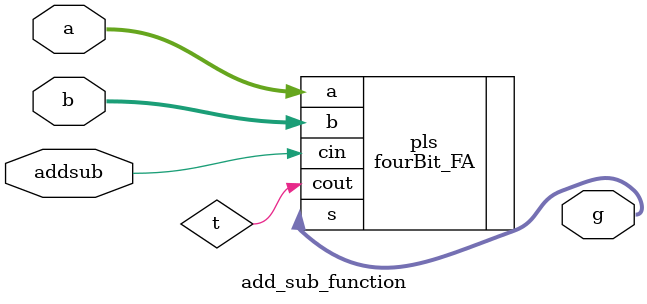
<source format=v>
module add_sub_function (a, b, addsub, g);
	input addsub;
	input [2:0] a, b;
	output [2:0] g;

	wire temp, t;
	assign temp = ~b;

	fourBit_FA pls(.a(a),.b(b), .cin(addsub), .cout(t), .s(g));

	// always @ (*) begin
	// 	if (addsub)
	// 		g = a + b;
	// 	else
	// 		g = a - b;
	// end
endmodule 
</source>
